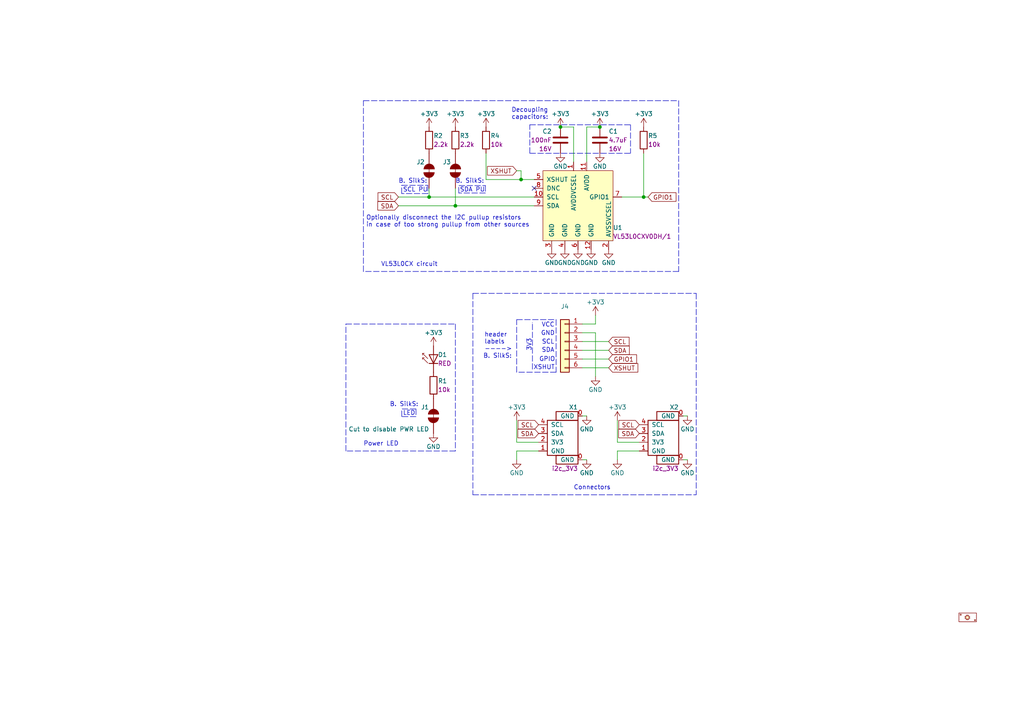
<source format=kicad_sch>
(kicad_sch (version 20211123) (generator eeschema)
  (paper "A4")
  (title_block (title "GS VL53L0CX") (date "2020-10-29") (rev "0.1") (company "GroundStudio.ro") (comment 1 "Schematic: Victor"))
  (lib_symbols
    (symbol "GS_Local:+3V3" (power) (pin_names (offset 0))
      (property "Value" "+3V3" (at 0 3.556 0))
      (symbol "+3V3_0_1"
        (polyline (pts (xy -0.762 1.27) (xy 0 2.54)))
        (polyline (pts (xy 0 0) (xy 0 2.54)))
        (polyline (pts (xy 0 2.54) (xy 0.762 1.27)))
      )
      (symbol "+3V3_1_1"
        (pin power_in line (at 0 0 90) (length 0) hide (name "+3V3") (number "1"))
      )
    )
    (symbol "GS_Local:C" (pin_numbers hide) (pin_names (offset 0.254))
      (property "Reference" "C" (at 0.635 2.54 0))
      (property "Value" "C" (at 0.635 -2.54 0))
      (symbol "C_0_1"
        (polyline (pts (xy -2.032 -0.762) (xy 2.032 -0.762)) (stroke (width 0.508)))
        (polyline (pts (xy -2.032 0.762) (xy 2.032 0.762)) (stroke (width 0.508)))
      )
      (symbol "C_1_1"
        (pin passive line (at 0 3.81 270) (length 2.794) (name "~") (number "1"))
        (pin passive line (at 0 -3.81 90) (length 2.794) (name "~") (number "2"))
      )
    )
    (symbol "GS_Local:Conn_01x06" (pin_names (offset 1.016) hide)
      (property "Reference" "J" (at 0 7.62 0))
      (property "Value" "Conn_01x06" (at 0 -10.16 0))
      (symbol "Conn_01x06_1_1"
        (rectangle (start -1.27 -7.493) (end 0 -7.747) (stroke (width 0.1524)))
        (rectangle (start -1.27 -4.953) (end 0 -5.207) (stroke (width 0.1524)))
        (rectangle (start -1.27 -2.413) (end 0 -2.667) (stroke (width 0.1524)))
        (rectangle (start -1.27 0.127) (end 0 -0.127) (stroke (width 0.1524)))
        (rectangle (start -1.27 2.667) (end 0 2.413) (stroke (width 0.1524)))
        (rectangle (start -1.27 5.207) (end 0 4.953) (stroke (width 0.1524)))
        (rectangle (start -1.27 6.35) (end 1.27 -8.89) (stroke (width 0.254)) (fill (type background)))
        (pin passive line (at -5.08 5.08 0) (length 3.81) (name "Pin_1") (number "1"))
        (pin passive line (at -5.08 2.54 0) (length 3.81) (name "Pin_2") (number "2"))
        (pin passive line (at -5.08 0 0) (length 3.81) (name "Pin_3") (number "3"))
        (pin passive line (at -5.08 -2.54 0) (length 3.81) (name "Pin_4") (number "4"))
        (pin passive line (at -5.08 -5.08 0) (length 3.81) (name "Pin_5") (number "5"))
        (pin passive line (at -5.08 -7.62 0) (length 3.81) (name "Pin_6") (number "6"))
      )
    )
    (symbol "GS_Local:DY-IR333C-A" (pin_numbers hide) (pin_names (offset 1.016) hide)
      (property "Reference" "D" (at 0.508 1.778 0))
      (property "Value" "DY-IR333C-A" (at -1.016 -2.794 0))
      (symbol "DY-IR333C-A_0_1"
        (polyline (pts (xy -2.54 1.27) (xy -2.54 -1.27)) (stroke (width 0.254)))
        (polyline (pts (xy 0 0) (xy -2.54 0)))
        (polyline (pts (xy 0.381 3.175) (xy -0.127 3.175)))
        (polyline (pts (xy -1.143 1.651) (xy 0.381 3.175) (xy 0.381 2.667)))
        (polyline (pts (xy 0 -1.27) (xy -2.54 0) (xy 0 1.27) (xy 0 -1.27)) (stroke (width 0.254)))
        (polyline (pts (xy -2.413 1.651) (xy -0.889 3.175) (xy -0.889 2.667) (xy -0.889 3.175) (xy -1.397 3.175)))
      )
      (symbol "DY-IR333C-A_1_1"
        (pin passive line (at -5.08 0 0) (length 2.54) (name "K") (number "1"))
        (pin passive line (at 2.54 0 180) (length 2.54) (name "A") (number "2"))
      )
    )
    (symbol "GS_Local:GND" (power) (pin_names (offset 0))
      (property "Value" "GND" (at 0 -3.81 0))
      (symbol "GND_0_1"
        (polyline (pts (xy 0 0) (xy 0 -1.27) (xy 1.27 -1.27) (xy 0 -2.54) (xy -1.27 -1.27) (xy 0 -1.27)))
      )
      (symbol "GND_1_1"
        (pin power_in line (at 0 0 270) (length 0) hide (name "GND") (number "1"))
      )
    )
    (symbol "GS_Local:PCB" (pin_names (offset 1.016))
      (symbol "PCB_0_1"
        (rectangle (start -2.54 1.27) (end 2.54 -1.27))
        (circle (center -2.032 0.7874) (radius 0.1778) (fill (type background)))
        (rectangle (start -0.5334 0.4318) (end 0.381 -0.4826) (fill (type background)))
        (polyline (pts (xy -0.254 -0.4826) (xy -0.254 -0.7874)))
        (polyline (pts (xy 0.1016 -0.5334) (xy 0.1016 -0.8128)))
        (polyline (pts (xy 0.381 0.1524) (xy 0.6604 0.1524)))
        (polyline (pts (xy 0.4064 -0.2032) (xy 0.6858 -0.2032)))
      )
      (symbol "PCB_1_1"
        (polyline (pts (xy -0.8636 -0.2032) (xy -0.5842 -0.2032)))
        (polyline (pts (xy -0.8636 0.2032) (xy -0.5842 0.2032)))
        (polyline (pts (xy -0.254 0.508) (xy -0.254 0.7874)))
        (polyline (pts (xy 0.1016 0.508) (xy 0.1016 0.7874)))
        (circle (center 2.1082 -0.8128) (radius 0.1778) (fill (type background)))
      )
    )
    (symbol "GS_Local:R" (pin_numbers hide) (pin_names (offset 0))
      (property "Reference" "R" (at 2.032 0 90))
      (property "Value" "R" (at 0 0 90))
      (symbol "R_0_1"
        (rectangle (start -1.016 -2.54) (end 1.016 2.54) (stroke (width 0.254)))
      )
      (symbol "R_1_1"
        (pin passive line (at 0 3.81 270) (length 1.27) (name "~") (number "1"))
        (pin passive line (at 0 -3.81 90) (length 1.27) (name "~") (number "2"))
      )
    )
    (symbol "GS_Local:SolderJumper_NC" (pin_numbers hide) (pin_names (offset 0) hide)
      (property "Reference" "J" (at 0 10.16 0))
      (property "Value" "SolderJumper_NC" (at 3.81 0 90))
      (symbol "SolderJumper_NC_0_1"
        (polyline (pts (xy 1.524 0.508) (xy -1.524 0.508)))
        (polyline (pts (xy 0 0.6604) (xy 0 -0.6096) (xy 0.0508 -0.7112)))
        (arc (start 1.4986 0.508) (mid -0.0254 1.982) (end -1.5494 0.508) (fill (type outline)))
      )
      (symbol "SolderJumper_NC_1_1"
        (arc (start -1.4986 -0.508) (mid 0.0254 -1.982) (end 1.5494 -0.508) (fill (type outline)))
        (polyline (pts (xy -1.524 -0.508) (xy 1.524 -0.508)))
        (pin passive line (at 0 5.08 270) (length 2.9972) (name "1") (number "1"))
        (pin passive line (at 0 -5.08 90) (length 2.9972) (name "2") (number "2"))
      )
    )
    (symbol "GS_Local:VL53L0CXV0DH_1" (pin_names (offset 1.016))
      (property "Reference" "U" (at -10.16 11.43 0))
      (property "Value" "VL53L0CXV0DH_1" (at 10.16 -15.24 0))
      (symbol "VL53L0CXV0DH_1_0_1"
        (rectangle (start -10.16 10.16) (end 10.16 -10.16) (fill (type background)))
      )
      (symbol "VL53L0CXV0DH_1_1_1"
        (pin power_in line (at -1.27 12.7 270) (length 2.54) (name "AVDDVCSEL") (number "1"))
        (pin input line (at -12.7 2.54 0) (length 2.54) (name "SCL") (number "10"))
        (pin power_in line (at 2.54 12.7 270) (length 2.54) (name "AVDD") (number "11"))
        (pin power_in line (at 3.81 -12.7 90) (length 2.54) (name "GND") (number "12"))
        (pin power_in line (at 8.89 -12.7 90) (length 2.54) (name "AVSSVCSEL") (number "2"))
        (pin power_in line (at -7.62 -12.7 90) (length 2.54) (name "GND") (number "3"))
        (pin power_in line (at -3.81 -12.7 90) (length 2.54) (name "GND") (number "4"))
        (pin input line (at -12.7 7.62 0) (length 2.54) (name "XSHUT") (number "5"))
        (pin power_in line (at 0 -12.7 90) (length 2.54) (name "GND") (number "6"))
        (pin output line (at 12.7 2.54 180) (length 2.54) (name "GPIO1") (number "7"))
        (pin input line (at -12.7 5.08 0) (length 2.54) (name "DNC") (number "8"))
        (pin bidirectional line (at -12.7 0 0) (length 2.54) (name "SDA") (number "9"))
      )
    )
    (symbol "GS_Local:i2c_3V3" (pin_names (offset 1.016))
      (property "Value" "i2c_3V3" (at -6.35 7.62 0))
      (symbol "i2c_3V3_0_1"
        (rectangle (start -3.81 5.08) (end 5.08 -5.08) (stroke (width 0.254)))
        (rectangle (start 5.08 -5.08) (end -1.27 -7.62) (stroke (width 0.254)))
        (rectangle (start 5.08 5.08) (end -1.27 7.62) (stroke (width 0.254)))
      )
      (symbol "i2c_3V3_1_1"
        (pin input line (at 6.35 -6.35 180) (length 1.27) (name "GND") (number "0"))
        (pin input line (at 6.35 6.35 180) (length 1.27) (name "GND") (number "0"))
        (pin power_in line (at -6.35 -3.81 0) (length 2.54) (name "GND") (number "1"))
        (pin power_in line (at -6.35 -1.27 0) (length 2.54) (name "3V3") (number "2"))
        (pin bidirectional line (at -6.35 1.27 0) (length 2.54) (name "SDA") (number "3"))
        (pin bidirectional line (at -6.35 3.81 0) (length 2.54) (name "SCL") (number "4"))
      )
    )
    (symbol "VL53L0CXV0DH_1_1" (pin_names (offset 1.016))
      (property "Reference" "U" (at -10.16 11.43 0))
      (property "Value" "VL53L0CXV0DH_1_1" (at 10.16 -15.24 0))
      (symbol "VL53L0CXV0DH_1_1_0_1"
        (rectangle (start -10.16 10.16) (end 10.16 -10.16) (fill (type background)))
      )
      (symbol "VL53L0CXV0DH_1_1_1_1"
        (pin power_in line (at -1.27 12.7 270) (length 2.54) (name "AVDDVCSEL") (number "1"))
        (pin input line (at -12.7 2.54 0) (length 2.54) (name "SCL") (number "10"))
        (pin power_in line (at 2.54 12.7 270) (length 2.54) (name "AVDD") (number "11"))
        (pin power_in line (at 3.81 -12.7 90) (length 2.54) (name "GND") (number "12"))
        (pin power_in line (at 8.89 -12.7 90) (length 2.54) (name "AVSSVCSEL") (number "2"))
        (pin power_in line (at -7.62 -12.7 90) (length 2.54) (name "GND") (number "3"))
        (pin power_in line (at -3.81 -12.7 90) (length 2.54) (name "GND") (number "4"))
        (pin input line (at -12.7 7.62 0) (length 2.54) (name "XSHUT") (number "5"))
        (pin power_in line (at 0 -12.7 90) (length 2.54) (name "GND") (number "6"))
        (pin output line (at 12.7 2.54 180) (length 2.54) (name "GPIO1") (number "7"))
        (pin input line (at -12.7 5.08 0) (length 2.54) (name "DNC") (number "8"))
        (pin bidirectional line (at -12.7 0 0) (length 2.54) (name "SDA") (number "9"))
      )
    )
  )
  (junction (at 151.13 52.07))
  (junction (at 132.08 59.69))
  (junction (at 162.56 36.83))
  (junction (at 173.99 36.83))
  (junction (at 186.69 57.15))
  (junction (at 124.46 57.15))
  (no_connect (at 154.94 54.61))
  (wire (pts (xy 115.57 57.15) (xy 124.46 57.15)))
  (polyline (pts (xy 154.432 107.0864) (xy 154.432 98.1202)))
  (wire (pts (xy 173.99 36.83) (xy 170.18 36.83)))
  (wire (pts (xy 168.91 106.68) (xy 176.53 106.68)))
  (polyline (pts (xy 182.88 36.195) (xy 182.88 44.45)))
  (wire (pts (xy 140.97 52.07) (xy 151.13 52.07)))
  (polyline (pts (xy 132.08 130.81) (xy 100.33 130.81)))
  (wire (pts (xy 124.46 57.15) (xy 154.94 57.15)))
  (polyline (pts (xy 153.67 44.45) (xy 153.67 36.195)))
  (polyline (pts (xy 161.29 107.95) (xy 149.86 107.95)))
  (wire (pts (xy 179.07 130.81) (xy 185.42 130.81)))
  (polyline (pts (xy 105.41 78.74) (xy 105.41 29.21)))
  (wire (pts (xy 151.13 52.07) (xy 154.94 52.07)))
  (wire (pts (xy 149.86 130.81) (xy 156.21 130.81)))
  (wire (pts (xy 170.18 36.83) (xy 170.18 46.99)))
  (wire (pts (xy 168.91 99.06) (xy 176.53 99.06)))
  (polyline (pts (xy 196.85 78.74) (xy 105.41 78.74)))
  (polyline (pts (xy 133.1214 53.8226) (xy 140.7922 53.8226)))
  (polyline (pts (xy 201.93 85.09) (xy 201.93 143.51)))
  (wire (pts (xy 168.91 104.14) (xy 176.53 104.14)))
  (polyline (pts (xy 100.33 93.98) (xy 132.08 93.98)))
  (polyline (pts (xy 105.41 29.21) (xy 196.85 29.21)))
  (wire (pts (xy 132.08 54.61) (xy 132.08 59.69)))
  (polyline (pts (xy 149.86 107.95) (xy 149.86 92.71)))
  (wire (pts (xy 168.91 96.52) (xy 172.72 96.52)))
  (polyline (pts (xy 137.16 85.09) (xy 201.93 85.09)))
  (wire (pts (xy 172.72 96.52) (xy 172.72 109.22)))
  (polyline (pts (xy 124.079 53.7464) (xy 124.079 56.134)))
  (wire (pts (xy 199.39 120.65) (xy 198.12 120.65)))
  (wire (pts (xy 166.37 36.83) (xy 162.56 36.83)))
  (polyline (pts (xy 116.5098 53.7464) (xy 124.079 53.7464)))
  (wire (pts (xy 132.08 59.69) (xy 154.94 59.69)))
  (wire (pts (xy 199.39 133.35) (xy 198.12 133.35)))
  (wire (pts (xy 149.86 128.27) (xy 156.21 128.27)))
  (polyline (pts (xy 140.7922 55.9816) (xy 133.0706 55.9816)))
  (wire (pts (xy 140.97 44.45) (xy 140.97 52.07)))
  (polyline (pts (xy 133.0706 55.9816) (xy 133.0706 53.8226)))
  (wire (pts (xy 168.91 93.98) (xy 172.72 93.98)))
  (wire (pts (xy 179.07 128.27) (xy 185.42 128.27)))
  (wire (pts (xy 168.91 101.6) (xy 176.53 101.6)))
  (wire (pts (xy 172.72 93.98) (xy 172.72 91.44)))
  (polyline (pts (xy 132.08 93.98) (xy 132.08 130.81)))
  (wire (pts (xy 149.86 121.92) (xy 149.86 128.27)))
  (wire (pts (xy 149.86 49.53) (xy 151.13 49.53)))
  (polyline (pts (xy 137.16 143.51) (xy 201.93 143.51)))
  (polyline (pts (xy 154.432 93.599) (xy 154.4066 93.599)))
  (polyline (pts (xy 153.67 36.195) (xy 182.88 36.195)))
  (wire (pts (xy 124.46 54.61) (xy 124.46 57.15)))
  (polyline (pts (xy 149.86 92.71) (xy 161.29 92.71)))
  (wire (pts (xy 179.07 133.35) (xy 179.07 130.81)))
  (polyline (pts (xy 100.33 130.81) (xy 100.33 93.98)))
  (polyline (pts (xy 116.6368 118.618) (xy 120.65 118.618)))
  (polyline (pts (xy 116.5098 56.134) (xy 116.5098 53.7464)))
  (polyline (pts (xy 196.85 29.21) (xy 196.85 78.74)))
  (polyline (pts (xy 116.5352 120.8278) (xy 116.5352 118.6942)))
  (wire (pts (xy 149.86 130.81) (xy 149.86 133.35)))
  (polyline (pts (xy 161.29 92.71) (xy 161.29 107.95)))
  (wire (pts (xy 115.57 59.69) (xy 132.08 59.69)))
  (wire (pts (xy 168.91 133.35) (xy 170.18 133.35)))
  (wire (pts (xy 166.37 46.99) (xy 166.37 36.83)))
  (wire (pts (xy 168.91 120.65) (xy 170.18 120.65)))
  (wire (pts (xy 180.34 57.15) (xy 186.69 57.15)))
  (polyline (pts (xy 154.432 97.9678) (xy 154.432 93.599)))
  (polyline (pts (xy 137.16 85.09) (xy 137.16 143.51)))
  (wire (pts (xy 151.13 49.53) (xy 151.13 52.07)))
  (polyline (pts (xy 153.67 44.45) (xy 182.88 44.45)))
  (wire (pts (xy 186.69 44.45) (xy 186.69 57.15)))
  (polyline (pts (xy 124.079 56.134) (xy 116.5098 56.134)))
  (wire (pts (xy 187.96 57.15) (xy 186.69 57.15)))
  (polyline (pts (xy 140.7922 53.8226) (xy 140.7922 55.9816)))
  (wire (pts (xy 179.07 121.92) (xy 179.07 128.27)))
  (polyline (pts (xy 120.65 118.618) (xy 120.65 120.8278)))
  (polyline (pts (xy 120.65 120.8278) (xy 116.5352 120.8278)))
  (text "Power LED" (at 105.41 129.54 0) (effects (font (size 1.27 1.27)) (justify left bottom)))
  (text "XSHUT" (at 154.7114 107.3912 0) (effects (font (size 1.27 1.27)) (justify left bottom)))
  (text "B. SilkS:" (at 140.1318 104.0892 0) (effects (font (size 1.27 1.27)) (justify left bottom)))
  (text "B. SilkS:" (at 115.57 53.34 0) (effects (font (size 1.27 1.27)) (justify left bottom)))
  (text "Optionally disconnect the I2C pullup resistors\nin case of too strong pullup from other sources" (at 106.172 66.04 0) (effects (font (size 1.27 1.27)) (justify left bottom)))
  (text " header\n labels\n ---->" (at 139.5222 102.0064 0) (effects (font (size 1.27 1.27)) (justify left bottom)))
  (text "VL53L0CX circuit" (at 110.49 77.47 0) (effects (font (size 1.27 1.27)) (justify left bottom)))
  (text "SCL" (at 157.1244 99.9998 0) (effects (font (size 1.27 1.27)) (justify left bottom)))
  (text "GND" (at 156.8704 97.4852 0) (effects (font (size 1.27 1.27)) (justify left bottom)))
  (text "Connectors" (at 166.37 142.24 0) (effects (font (size 1.27 1.27)) (justify left bottom)))
  (text "SDA PU" (at 133.35 55.88 0) (effects (font (size 1.27 1.27)) (justify left bottom)))
  (text "LED" (at 116.84 120.65 0) (effects (font (size 1.27 1.27)) (justify left bottom)))
  (text "B. SilkS:" (at 132.08 53.34 0) (effects (font (size 1.27 1.27)) (justify left bottom)))
  (text "VCC" (at 157.0482 95.0468 0) (effects (font (size 1.27 1.27)) (justify left bottom)))
  (text "B. SilkS:" (at 113.03 118.11 0) (effects (font (size 1.27 1.27)) (justify left bottom)))
  (text "GPIO" (at 156.3624 105.029 0) (effects (font (size 1.27 1.27)) (justify left bottom)))
  (text "Decoupling\ncapacitors:" (at 148.336 34.798 0) (effects (font (size 1.27 1.27)) (justify left bottom)))
  (text "3V3" (at 154.2288 101.9302 90) (effects (font (size 1.27 1.27)) (justify left bottom)))
  (text "SCL PU" (at 116.84 55.88 0) (effects (font (size 1.27 1.27)) (justify left bottom)))
  (text "SDA" (at 157.0736 102.3874 0) (effects (font (size 1.27 1.27)) (justify left bottom)))
  (global_label "GPIO1" (shape input) (at 176.53 104.14 0) (property "Intersheet References" "${INTERSHEET_REFS}" (effects hide)))
  (global_label "SCL" (shape input) (at 176.53 99.06 0) (property "Intersheet References" "${INTERSHEET_REFS}" (effects hide)))
  (global_label "XSHUT" (shape input) (at 149.86 49.53 180) (property "Intersheet References" "${INTERSHEET_REFS}" (effects hide)))
  (global_label "SCL" (shape input) (at 185.42 123.19 180) (property "Intersheet References" "${INTERSHEET_REFS}" (effects hide)))
  (global_label "SDA" (shape input) (at 115.57 59.69 180) (property "Intersheet References" "${INTERSHEET_REFS}" (effects hide)))
  (global_label "SDA" (shape input) (at 185.42 125.73 180) (property "Intersheet References" "${INTERSHEET_REFS}" (effects hide)))
  (global_label "XSHUT" (shape input) (at 176.53 106.68 0) (property "Intersheet References" "${INTERSHEET_REFS}" (effects hide)))
  (global_label "SCL" (shape input) (at 115.57 57.15 180) (property "Intersheet References" "${INTERSHEET_REFS}" (effects hide)))
  (global_label "SDA" (shape input) (at 176.53 101.6 0) (property "Intersheet References" "${INTERSHEET_REFS}" (effects hide)))
  (global_label "SCL" (shape input) (at 156.21 123.19 180) (property "Intersheet References" "${INTERSHEET_REFS}" (effects hide)))
  (global_label "SDA" (shape input) (at 156.21 125.73 180) (property "Intersheet References" "${INTERSHEET_REFS}" (effects hide)))
  (global_label "GPIO1" (shape input) (at 187.96 57.15 0) (property "Intersheet References" "${INTERSHEET_REFS}" (effects hide)))
  (symbol (lib_name "VL53L0CXV0DH_1_1") (lib_id "GS_Local:VL53L0CXV0DH_1") (at 167.64 59.69 0) (unit 1)
    (property "Reference" "U1" (at 177.8 66.04 0) (effects (justify left)))
    (property "Value" "VL53L0CXV0DH/1" (effects hide))
    (property "Footprint" "GS_Local:VL53L0CXV0DH_1" (effects hide))
    (property "Datasheet" "https://ro.mouser.com/datasheet/2/389/dm00279086-1798836.pdf" (effects hide))
    (property "Digi-Key_PN" "497-16538-1-ND" (effects hide))
    (property "MPN" "VL53L0CXV0DH/1" (at 177.8 68.58 0) (effects (justify left)))
    (property "LCSC" "C91199" (effects hide))
  )
  (symbol (lib_id "GS_Local:GND") (at 160.02 72.39 0) (unit 1)
    (property "Reference" "#PWR0101" (effects hide))
    (property "Value" "GND" (at 160.02 76.2 0))
  )
  (symbol (lib_id "GS_Local:GND") (at 163.83 72.39 0) (unit 1)
    (property "Reference" "#PWR0102" (effects hide))
    (property "Value" "GND" (at 163.83 76.2 0))
  )
  (symbol (lib_id "GS_Local:GND") (at 167.64 72.39 0) (unit 1)
    (property "Reference" "#PWR0103" (effects hide))
    (property "Value" "GND" (at 167.64 76.2 0))
  )
  (symbol (lib_id "GS_Local:GND") (at 171.45 72.39 0) (unit 1)
    (property "Reference" "#PWR0104" (effects hide))
    (property "Value" "GND" (at 171.45 76.2 0))
  )
  (symbol (lib_id "GS_Local:GND") (at 176.53 72.39 0) (unit 1)
    (property "Reference" "#PWR0105" (effects hide))
    (property "Value" "GND" (at 176.53 76.2 0))
  )
  (symbol (lib_id "GS_Local:C") (at 162.56 40.64 0) (mirror x) (unit 1)
    (property "Reference" "C2" (at 160.02 38.1 0) (effects (justify right)))
    (property "Value" "C_0402_100nF_16V" (effects hide))
    (property "Footprint" "GS_Local:C_0402" (effects hide))
    (property "Datasheet" "https://datasheet.lcsc.com/lcsc/1811011928_Walsin-Tech-Corp-0402B104K160CT_C83056.pdf" (effects hide))
    (property "MPN" "0402B104K160CT" (effects hide))
    (property "LCSC" "C83056" (effects hide))
    (property "Capacitance" "100nF" (at 160.02 40.64 0) (effects (justify right)))
    (property "Rated voltage" "16V" (at 160.02 43.18 0) (effects (justify right)))
  )
  (symbol (lib_id "GS_Local:GND") (at 162.56 44.45 0) (unit 1)
    (property "Reference" "#PWR0106" (effects hide))
    (property "Value" "GND" (at 162.56 48.26 0))
  )
  (symbol (lib_id "GS_Local:C") (at 173.99 40.64 0) (unit 1)
    (property "Reference" "C1" (at 176.53 38.1 0) (effects (justify left)))
    (property "Value" "C_0402_4.7uF_16V" (effects hide))
    (property "Footprint" "GS_Local:C_0402" (effects hide))
    (property "Datasheet" "https://datasheet.lcsc.com/lcsc/2008271938_SANYEAR-C0402X5R475M160NT_C729453.pdf" (effects hide))
    (property "MPN" "C0402X5R475M160NT" (effects hide))
    (property "LCSC" "C729453" (effects hide))
    (property "Capacitance" "4.7uF" (at 176.53 40.64 0) (effects (justify left)))
    (property "Rated voltage" "16V" (at 176.53 43.18 0) (effects (justify left)))
  )
  (symbol (lib_id "GS_Local:GND") (at 173.99 44.45 0) (unit 1)
    (property "Reference" "#PWR0107" (effects hide))
    (property "Value" "GND" (at 173.99 48.26 0))
  )
  (symbol (lib_id "GS_Local:+3V3") (at 162.56 36.83 0) (unit 1)
    (property "Reference" "#PWR0108" (effects hide))
    (property "Value" "+3V3" (at 162.56 33.02 0))
  )
  (symbol (lib_id "GS_Local:+3V3") (at 173.99 36.83 0) (unit 1)
    (property "Reference" "#PWR0109" (effects hide))
    (property "Value" "+3V3" (at 173.99 33.02 0))
  )
  (symbol (lib_id "GS_Local:+3V3") (at 125.73 100.33 0) (mirror y) (unit 1)
    (property "Reference" "#PWR0110" (effects hide))
    (property "Value" "+3V3" (at 125.73 96.52 0))
  )
  (symbol (lib_id "GS_Local:DY-IR333C-A") (at 125.73 102.87 90) (unit 1)
    (property "Reference" "D1" (at 127 102.87 90) (effects (justify right)))
    (property "Value" "LED_0402_RED" (effects hide))
    (property "Footprint" "GS_Local:LED_0402" (effects hide))
    (property "Datasheet" "https://datasheet.lcsc.com/szlcsc/2009251739_TUOZHAN-TZ-P2-0402RTIA1-0-45T_C779449.pdf" (effects hide))
    (property "MPN" "TZ-P2-0402RTIA1-0.45T" (effects hide))
    (property "LCSC" "C779449" (effects hide))
    (property "Color" "RED" (at 127 105.41 90) (effects (justify right)))
  )
  (symbol (lib_id "GS_Local:R") (at 125.73 111.76 0) (unit 1)
    (property "Reference" "R1" (at 127 110.49 0) (effects (justify left)))
    (property "Value" "R_0402_10k" (effects hide))
    (property "Footprint" "GS_Local:R_0402" (effects hide))
    (property "Datasheet" "https://datasheet.lcsc.com/lcsc/2110252330_UNI-ROYAL-Uniroyal-Elec-0402WGJ0103TCE_C25531.pdf" (effects hide))
    (property "MPN" "0402WGJ0103TCE" (effects hide))
    (property "LCSC" "C25531" (effects hide))
    (property "Resistance" "10k" (at 127 113.03 0) (effects (justify left)))
  )
  (symbol (lib_id "GS_Local:SolderJumper_NC") (at 125.73 120.65 0) (mirror x) (unit 1)
    (property "Reference" "J1" (at 124.46 118.11 0) (effects (justify right)))
    (property "Value" "Cut to disable PWR LED" (at 124.46 124.46 0) (effects (justify right)))
    (property "Footprint" "GS_Local:SolderJumper_NC" (effects hide))
  )
  (symbol (lib_id "GS_Local:GND") (at 125.73 125.73 0) (mirror y) (unit 1)
    (property "Reference" "#PWR0111" (effects hide))
    (property "Value" "GND" (at 125.73 129.54 0))
  )
  (symbol (lib_id "GS_Local:+3V3") (at 140.97 36.83 0) (mirror y) (unit 1)
    (property "Reference" "#PWR0112" (effects hide))
    (property "Value" "+3V3" (at 140.97 33.02 0))
  )
  (symbol (lib_id "GS_Local:R") (at 186.69 40.64 0) (unit 1)
    (property "Reference" "R5" (at 187.96 39.37 0) (effects (justify left)))
    (property "Value" "R_0402_10k" (effects hide))
    (property "Footprint" "GS_Local:R_0402" (effects hide))
    (property "Datasheet" "https://datasheet.lcsc.com/szlcsc/1811091923_UNI-ROYAL-Uniroyal-Elec-0402WGJ0103TCE_C25531.pdf" (effects hide))
    (property "MPN" "0402WGJ0103TCE" (effects hide))
    (property "LCSC" "C25531" (effects hide))
    (property "Resistance" "10k" (at 187.96 41.91 0) (effects (justify left)))
  )
  (symbol (lib_id "GS_Local:+3V3") (at 186.69 36.83 0) (mirror y) (unit 1)
    (property "Reference" "#PWR0113" (effects hide))
    (property "Value" "+3V3" (at 186.69 33.02 0))
  )
  (symbol (lib_id "GS_Local:R") (at 132.08 40.64 0) (unit 1)
    (property "Reference" "R3" (at 133.35 39.37 0) (effects (justify left)))
    (property "Value" "R_0402_2.2k" (effects hide))
    (property "Footprint" "GS_Local:R_0402" (effects hide))
    (property "Datasheet" "https://datasheet.lcsc.com/szlcsc/1811141743_FH-Guangdong-Fenghua-Advanced-Tech-RC-02W2201FT_C258093.pdf" (effects hide))
    (property "MPN" "RC-02W2201FT" (effects hide))
    (property "LCSC" "C258093" (effects hide))
    (property "Resistance" "2.2k" (at 133.35 41.91 0) (effects (justify left)))
  )
  (symbol (lib_id "GS_Local:+3V3") (at 132.08 36.83 0) (mirror y) (unit 1)
    (property "Reference" "#PWR0114" (effects hide))
    (property "Value" "+3V3" (at 132.08 33.02 0))
  )
  (symbol (lib_id "GS_Local:SolderJumper_NC") (at 132.08 49.53 0) (mirror x) (unit 1)
    (property "Reference" "J3" (at 130.81 46.99 0) (effects (justify right)))
    (property "Footprint" "GS_Local:SolderJumper_NC" (effects hide))
  )
  (symbol (lib_id "GS_Local:R") (at 124.46 40.64 0) (unit 1)
    (property "Reference" "R2" (at 125.73 39.37 0) (effects (justify left)))
    (property "Value" "R_0402_2.2k" (effects hide))
    (property "Footprint" "GS_Local:R_0402" (effects hide))
    (property "Datasheet" "https://datasheet.lcsc.com/szlcsc/1811141743_FH-Guangdong-Fenghua-Advanced-Tech-RC-02W2201FT_C258093.pdf" (effects hide))
    (property "MPN" "RC-02W2201FT" (effects hide))
    (property "LCSC" "C258093" (effects hide))
    (property "Resistance" "2.2k" (at 125.73 41.91 0) (effects (justify left)))
  )
  (symbol (lib_id "GS_Local:+3V3") (at 124.46 36.83 0) (mirror y) (unit 1)
    (property "Reference" "#PWR0115" (effects hide))
    (property "Value" "+3V3" (at 124.46 33.02 0))
  )
  (symbol (lib_id "GS_Local:SolderJumper_NC") (at 124.46 49.53 0) (mirror x) (unit 1)
    (property "Reference" "J2" (at 123.19 46.99 0) (effects (justify right)))
    (property "Footprint" "GS_Local:SolderJumper_NC" (effects hide))
  )
  (symbol (lib_id "GS_Local:R") (at 140.97 40.64 0) (unit 1)
    (property "Reference" "R4" (at 142.24 39.37 0) (effects (justify left)))
    (property "Value" "R_0402_10k" (effects hide))
    (property "Footprint" "GS_Local:R_0402" (effects hide))
    (property "Datasheet" "https://datasheet.lcsc.com/szlcsc/1811091923_UNI-ROYAL-Uniroyal-Elec-0402WGJ0103TCE_C25531.pdf" (effects hide))
    (property "MPN" "0402WGJ0103TCE" (effects hide))
    (property "LCSC" "C25531" (effects hide))
    (property "Resistance" "10k" (at 142.24 41.91 0) (effects (justify left)))
  )
  (symbol (lib_id "GS_Local:Conn_01x06") (at 163.83 99.06 0) (mirror y) (unit 1)
    (property "Reference" "J4" (at 163.83 88.9 0))
    (property "Value" "PinHeader_1x06_P2.54_V_M" (effects hide))
    (property "Footprint" "GS_Local:PinHeader_1x06_P2.54mm_Vertical_Male" (effects hide))
    (property "Datasheet" "https://datasheet.lcsc.com/szlcsc/1810312320_BOOMELE-Boom-Precision-Elec-C37208_C37208.pdf" (effects hide))
    (property "MPN" "C37208" (effects hide))
    (property "LCSC" "C37208" (effects hide))
  )
  (symbol (lib_id "GS_Local:+3V3") (at 172.72 91.44 0) (mirror y) (unit 1)
    (property "Reference" "#PWR0116" (effects hide))
    (property "Value" "+3V3" (at 172.72 87.63 0))
  )
  (symbol (lib_id "GS_Local:GND") (at 172.72 109.22 0) (unit 1)
    (property "Reference" "#PWR0117" (effects hide))
    (property "Value" "GND" (at 172.72 113.03 0))
  )
  (symbol (lib_id "GS_Local:i2c_3V3") (at 191.77 127 0) (unit 1)
    (property "Reference" "X2" (at 196.85 118.11 0) (effects (justify right)))
    (property "Value" "SH_1x04_P1.0_H" (effects hide))
    (property "Footprint" "GS_Local:SH__1x04_P1.00mm_Horizontal" (effects hide))
    (property "Datasheet" "https://datasheet.lcsc.com/szlcsc/1811082116_BOOMELE-Boom-Precision-Elec-C145956_C145956.pdf" (effects hide))
    (property "MPN" "C145956" (effects hide))
    (property "LCSC" "C145956" (effects hide))
    (property "Descript" "0.039\"(1.00mm) 4 SMD,P=1mm Wire To Board" (effects hide))
    (property "~" "i2c_3V3" (at 196.85 135.89 0) (effects (justify right)))
  )
  (symbol (lib_id "GS_Local:i2c_3V3") (at 162.56 127 0) (unit 1)
    (property "Reference" "X1" (at 167.64 118.11 0) (effects (justify right)))
    (property "Value" "SH_1x04_P1.0_H" (effects hide))
    (property "Footprint" "GS_Local:SH__1x04_P1.00mm_Horizontal" (effects hide))
    (property "Datasheet" "https://datasheet.lcsc.com/szlcsc/1811082116_BOOMELE-Boom-Precision-Elec-C145956_C145956.pdf" (effects hide))
    (property "MPN" "C145956" (effects hide))
    (property "LCSC" "C145956" (effects hide))
    (property "Descript" "0.039\"(1.00mm) 4 SMD,P=1mm Wire To Board" (effects hide))
    (property "~" "i2c_3V3" (at 167.64 135.89 0) (effects (justify right)))
  )
  (symbol (lib_id "GS_Local:+3V3") (at 149.86 121.92 0) (mirror y) (unit 1)
    (property "Reference" "#PWR0118" (effects hide))
    (property "Value" "+3V3" (at 149.86 118.11 0))
  )
  (symbol (lib_id "GS_Local:GND") (at 149.86 133.35 0) (unit 1)
    (property "Reference" "#PWR0119" (effects hide))
    (property "Value" "GND" (at 149.86 137.16 0))
  )
  (symbol (lib_id "GS_Local:GND") (at 170.18 120.65 0) (unit 1)
    (property "Reference" "#PWR0120" (effects hide))
    (property "Value" "GND" (at 170.18 124.46 0))
  )
  (symbol (lib_id "GS_Local:GND") (at 170.18 133.35 0) (unit 1)
    (property "Reference" "#PWR0121" (effects hide))
    (property "Value" "GND" (at 170.18 137.16 0))
  )
  (symbol (lib_id "GS_Local:GND") (at 179.07 133.35 0) (unit 1)
    (property "Reference" "#PWR0122" (effects hide))
    (property "Value" "GND" (at 179.07 137.16 0))
  )
  (symbol (lib_id "GS_Local:GND") (at 199.39 133.35 0) (unit 1)
    (property "Reference" "#PWR0123" (effects hide))
    (property "Value" "GND" (at 199.39 137.16 0))
  )
  (symbol (lib_id "GS_Local:GND") (at 199.39 120.65 0) (unit 1)
    (property "Reference" "#PWR0124" (effects hide))
    (property "Value" "GND" (at 199.39 124.46 0))
  )
  (symbol (lib_id "GS_Local:+3V3") (at 179.07 121.92 0) (mirror y) (unit 1)
    (property "Reference" "#PWR0125" (effects hide))
    (property "Value" "+3V3" (at 179.07 118.11 0))
  )
  (symbol (lib_id "GS_Local:PCB") (at 280.67 179.07 0) (unit 1)
    (property "Reference" "P1" (effects hide))
    (property "Value" "PCB" (effects hide))
    (property "MPN" "HIVAWN_GS_PCB" (effects hide))
  )
)
</source>
